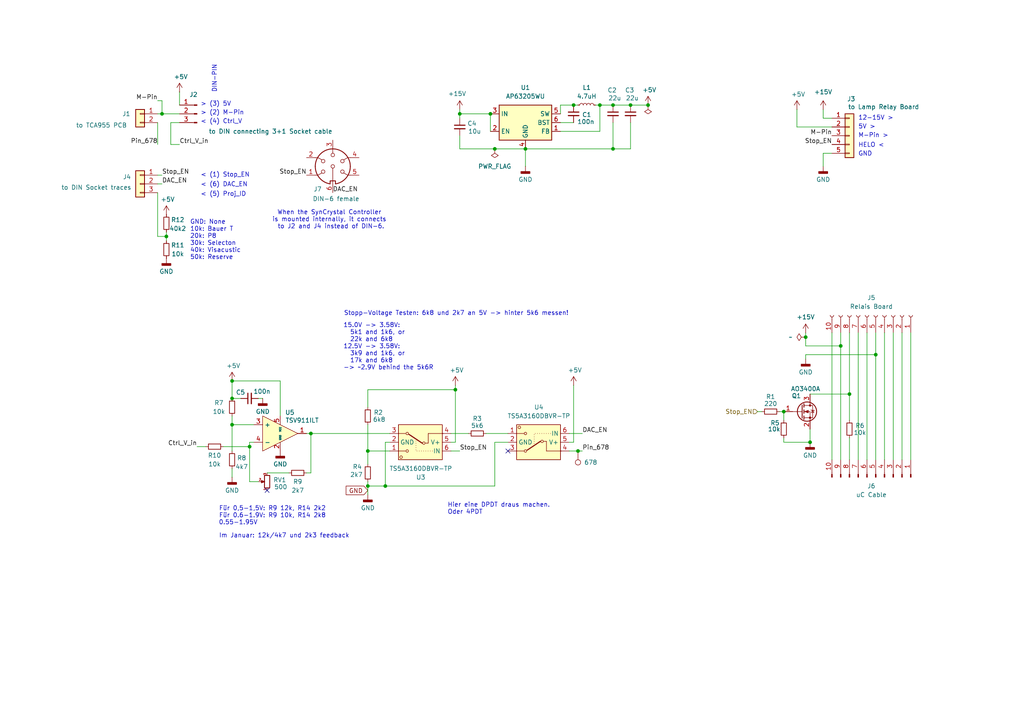
<source format=kicad_sch>
(kicad_sch (version 20231120) (generator "eeschema") (generator_version "8.0")
  (paper "A4")
  (title_block (title "Clockwork Projector Board T610/T525") (date "2025-04-02") (rev "Rev.A") (company "filmkorn.org") (comment 1 "Friedemann Wachsmuth"))
  (lib_symbols
    (symbol "Connector:Conn_01x03_Pin" (pin_names (offset 1.016) hide)
      (property "Reference" "J" (at 0 5.08 0))
      (property "Value" "Conn_01x03_Pin" (at 0 -5.08 0))
      (symbol "Conn_01x03_Pin_1_1"
        (polyline (pts (xy 1.27 -2.54) (xy 0.8636 -2.54)) (stroke (width 0.1524)))
        (polyline (pts (xy 1.27 0) (xy 0.8636 0)) (stroke (width 0.1524)))
        (polyline (pts (xy 1.27 2.54) (xy 0.8636 2.54)) (stroke (width 0.1524)))
        (rectangle (start 0.8636 -2.413) (end 0 -2.667) (stroke (width 0.1524)) (fill (type outline)))
        (rectangle (start 0.8636 0.127) (end 0 -0.127) (stroke (width 0.1524)) (fill (type outline)))
        (rectangle (start 0.8636 2.667) (end 0 2.413) (stroke (width 0.1524)) (fill (type outline)))
        (pin passive line (at 5.08 2.54 180) (length 3.81) (name "Pin_1") (number "1"))
        (pin passive line (at 5.08 0 180) (length 3.81) (name "Pin_2") (number "2"))
        (pin passive line (at 5.08 -2.54 180) (length 3.81) (name "Pin_3") (number "3"))
      )
    )
    (symbol "Connector:Conn_01x10_Pin" (pin_names (offset 1.016) hide)
      (property "Reference" "J" (at 0 12.7 0))
      (property "Value" "Conn_01x10_Pin" (at 0 -15.24 0))
      (symbol "Conn_01x10_Pin_1_1"
        (polyline (pts (xy 1.27 -12.7) (xy 0.8636 -12.7)) (stroke (width 0.1524)))
        (polyline (pts (xy 1.27 -10.16) (xy 0.8636 -10.16)) (stroke (width 0.1524)))
        (polyline (pts (xy 1.27 -7.62) (xy 0.8636 -7.62)) (stroke (width 0.1524)))
        (polyline (pts (xy 1.27 -5.08) (xy 0.8636 -5.08)) (stroke (width 0.1524)))
        (polyline (pts (xy 1.27 -2.54) (xy 0.8636 -2.54)) (stroke (width 0.1524)))
        (polyline (pts (xy 1.27 0) (xy 0.8636 0)) (stroke (width 0.1524)))
        (polyline (pts (xy 1.27 2.54) (xy 0.8636 2.54)) (stroke (width 0.1524)))
        (polyline (pts (xy 1.27 5.08) (xy 0.8636 5.08)) (stroke (width 0.1524)))
        (polyline (pts (xy 1.27 7.62) (xy 0.8636 7.62)) (stroke (width 0.1524)))
        (polyline (pts (xy 1.27 10.16) (xy 0.8636 10.16)) (stroke (width 0.1524)))
        (rectangle (start 0.8636 -12.573) (end 0 -12.827) (stroke (width 0.1524)) (fill (type outline)))
        (rectangle (start 0.8636 -10.033) (end 0 -10.287) (stroke (width 0.1524)) (fill (type outline)))
        (rectangle (start 0.8636 -7.493) (end 0 -7.747) (stroke (width 0.1524)) (fill (type outline)))
        (rectangle (start 0.8636 -4.953) (end 0 -5.207) (stroke (width 0.1524)) (fill (type outline)))
        (rectangle (start 0.8636 -2.413) (end 0 -2.667) (stroke (width 0.1524)) (fill (type outline)))
        (rectangle (start 0.8636 0.127) (end 0 -0.127) (stroke (width 0.1524)) (fill (type outline)))
        (rectangle (start 0.8636 2.667) (end 0 2.413) (stroke (width 0.1524)) (fill (type outline)))
        (rectangle (start 0.8636 5.207) (end 0 4.953) (stroke (width 0.1524)) (fill (type outline)))
        (rectangle (start 0.8636 7.747) (end 0 7.493) (stroke (width 0.1524)) (fill (type outline)))
        (rectangle (start 0.8636 10.287) (end 0 10.033) (stroke (width 0.1524)) (fill (type outline)))
        (pin passive line (at 5.08 10.16 180) (length 3.81) (name "Pin_1") (number "1"))
        (pin passive line (at 5.08 -12.7 180) (length 3.81) (name "Pin_10") (number "10"))
        (pin passive line (at 5.08 7.62 180) (length 3.81) (name "Pin_2") (number "2"))
        (pin passive line (at 5.08 5.08 180) (length 3.81) (name "Pin_3") (number "3"))
        (pin passive line (at 5.08 2.54 180) (length 3.81) (name "Pin_4") (number "4"))
        (pin passive line (at 5.08 0 180) (length 3.81) (name "Pin_5") (number "5"))
        (pin passive line (at 5.08 -2.54 180) (length 3.81) (name "Pin_6") (number "6"))
        (pin passive line (at 5.08 -5.08 180) (length 3.81) (name "Pin_7") (number "7"))
        (pin passive line (at 5.08 -7.62 180) (length 3.81) (name "Pin_8") (number "8"))
        (pin passive line (at 5.08 -10.16 180) (length 3.81) (name "Pin_9") (number "9"))
      )
    )
    (symbol "Connector:Conn_01x10_Socket" (pin_names (offset 1.016) hide)
      (property "Reference" "J" (at 0 12.7 0))
      (property "Value" "Conn_01x10_Socket" (at 0 -15.24 0))
      (symbol "Conn_01x10_Socket_1_1"
        (arc (start 0 -12.192) (mid -0.5058 -12.7) (end 0 -13.208) (stroke (width 0.1524)))
        (arc (start 0 -9.652) (mid -0.5058 -10.16) (end 0 -10.668) (stroke (width 0.1524)))
        (arc (start 0 -7.112) (mid -0.5058 -7.62) (end 0 -8.128) (stroke (width 0.1524)))
        (arc (start 0 -4.572) (mid -0.5058 -5.08) (end 0 -5.588) (stroke (width 0.1524)))
        (arc (start 0 -2.032) (mid -0.5058 -2.54) (end 0 -3.048) (stroke (width 0.1524)))
        (polyline (pts (xy -1.27 -12.7) (xy -0.508 -12.7)) (stroke (width 0.1524)))
        (polyline (pts (xy -1.27 -10.16) (xy -0.508 -10.16)) (stroke (width 0.1524)))
        (polyline (pts (xy -1.27 -7.62) (xy -0.508 -7.62)) (stroke (width 0.1524)))
        (polyline (pts (xy -1.27 -5.08) (xy -0.508 -5.08)) (stroke (width 0.1524)))
        (polyline (pts (xy -1.27 -2.54) (xy -0.508 -2.54)) (stroke (width 0.1524)))
        (polyline (pts (xy -1.27 0) (xy -0.508 0)) (stroke (width 0.1524)))
        (polyline (pts (xy -1.27 2.54) (xy -0.508 2.54)) (stroke (width 0.1524)))
        (polyline (pts (xy -1.27 5.08) (xy -0.508 5.08)) (stroke (width 0.1524)))
        (polyline (pts (xy -1.27 7.62) (xy -0.508 7.62)) (stroke (width 0.1524)))
        (polyline (pts (xy -1.27 10.16) (xy -0.508 10.16)) (stroke (width 0.1524)))
        (arc (start 0 0.508) (mid -0.5058 0) (end 0 -0.508) (stroke (width 0.1524)))
        (arc (start 0 3.048) (mid -0.5058 2.54) (end 0 2.032) (stroke (width 0.1524)))
        (arc (start 0 5.588) (mid -0.5058 5.08) (end 0 4.572) (stroke (width 0.1524)))
        (arc (start 0 8.128) (mid -0.5058 7.62) (end 0 7.112) (stroke (width 0.1524)))
        (arc (start 0 10.668) (mid -0.5058 10.16) (end 0 9.652) (stroke (width 0.1524)))
        (pin passive line (at -5.08 10.16 0) (length 3.81) (name "Pin_1") (number "1"))
        (pin passive line (at -5.08 -12.7 0) (length 3.81) (name "Pin_10") (number "10"))
        (pin passive line (at -5.08 7.62 0) (length 3.81) (name "Pin_2") (number "2"))
        (pin passive line (at -5.08 5.08 0) (length 3.81) (name "Pin_3") (number "3"))
        (pin passive line (at -5.08 2.54 0) (length 3.81) (name "Pin_4") (number "4"))
        (pin passive line (at -5.08 0 0) (length 3.81) (name "Pin_5") (number "5"))
        (pin passive line (at -5.08 -2.54 0) (length 3.81) (name "Pin_6") (number "6"))
        (pin passive line (at -5.08 -5.08 0) (length 3.81) (name "Pin_7") (number "7"))
        (pin passive line (at -5.08 -7.62 0) (length 3.81) (name "Pin_8") (number "8"))
        (pin passive line (at -5.08 -10.16 0) (length 3.81) (name "Pin_9") (number "9"))
      )
    )
    (symbol "Connector:DIN-6" (pin_names (offset 1.016))
      (property "Reference" "J" (at 3.175 5.715 0))
      (property "Value" "DIN-6" (at 4.445 -4.445 0))
      (symbol "DIN-6_0_1"
        (arc (start -5.08 0) (mid -3.8609 -3.3364) (end -0.762 -5.08) (stroke (width 0.254)))
        (circle (center -2.794 -1.524) (radius 0.508))
        (circle (center -2.794 1.524) (radius 0.508))
        (polyline (pts (xy 0 -5.08) (xy 0 -0.508)))
        (polyline (pts (xy 0 5.08) (xy 0 3.81)))
        (polyline (pts (xy -5.08 -2.54) (xy -4.318 -2.54) (xy -3.175 -1.905)))
        (polyline (pts (xy -5.08 2.54) (xy -4.318 2.54) (xy -3.175 1.905)))
        (polyline (pts (xy 5.08 -2.54) (xy 4.318 -2.54) (xy 3.175 -1.905)))
        (polyline (pts (xy 5.08 2.54) (xy 4.318 2.54) (xy 3.175 1.905)))
        (polyline (pts (xy -0.762 -4.953) (xy -0.762 -4.191) (xy 0.762 -4.191) (xy 0.762 -4.953)) (stroke (width 0.254)))
        (circle (center 0 0) (radius 0.508))
        (circle (center 0 3.302) (radius 0.508))
        (arc (start 0.762 -5.08) (mid 3.8685 -3.343) (end 5.08 0) (stroke (width 0.254)))
        (circle (center 2.794 -1.524) (radius 0.508))
        (circle (center 2.794 1.524) (radius 0.508))
        (arc (start 5.08 0) (mid 0 5.0579) (end -5.08 0) (stroke (width 0.254)))
      )
      (symbol "DIN-6_1_1"
        (pin passive line (at -7.62 -2.54 0) (length 2.54) (name "~") (number "1"))
        (pin passive line (at -7.62 2.54 0) (length 2.54) (name "~") (number "2"))
        (pin passive line (at 0 7.62 270) (length 2.54) (name "~") (number "3"))
        (pin passive line (at 7.62 2.54 180) (length 2.54) (name "~") (number "4"))
        (pin passive line (at 7.62 -2.54 180) (length 2.54) (name "~") (number "5"))
        (pin passive line (at 0 -7.62 90) (length 2.54) (name "~") (number "6"))
      )
    )
    (symbol "Connector_Generic:Conn_01x02" (pin_names (offset 1.016) hide)
      (property "Reference" "J" (at 0 2.54 0))
      (property "Value" "Conn_01x02" (at 0 -5.08 0))
      (symbol "Conn_01x02_1_1"
        (rectangle (start -1.27 -2.413) (end 0 -2.667) (stroke (width 0.1524)))
        (rectangle (start -1.27 0.127) (end 0 -0.127) (stroke (width 0.1524)))
        (rectangle (start -1.27 1.27) (end 1.27 -3.81) (stroke (width 0.254)) (fill (type background)))
        (pin passive line (at -5.08 0 0) (length 3.81) (name "Pin_1") (number "1"))
        (pin passive line (at -5.08 -2.54 0) (length 3.81) (name "Pin_2") (number "2"))
      )
    )
    (symbol "Connector_Generic:Conn_01x03" (pin_names (offset 1.016) hide)
      (property "Reference" "J" (at 0 5.08 0))
      (property "Value" "Conn_01x03" (at 0 -5.08 0))
      (symbol "Conn_01x03_1_1"
        (rectangle (start -1.27 -2.413) (end 0 -2.667) (stroke (width 0.1524)))
        (rectangle (start -1.27 0.127) (end 0 -0.127) (stroke (width 0.1524)))
        (rectangle (start -1.27 2.667) (end 0 2.413) (stroke (width 0.1524)))
        (rectangle (start -1.27 3.81) (end 1.27 -3.81) (stroke (width 0.254)) (fill (type background)))
        (pin passive line (at -5.08 2.54 0) (length 3.81) (name "Pin_1") (number "1"))
        (pin passive line (at -5.08 0 0) (length 3.81) (name "Pin_2") (number "2"))
        (pin passive line (at -5.08 -2.54 0) (length 3.81) (name "Pin_3") (number "3"))
      )
    )
    (symbol "Connector_Generic:Conn_01x05" (pin_names (offset 1.016) hide)
      (property "Reference" "J" (at 0 7.62 0))
      (property "Value" "Conn_01x05" (at 0 -7.62 0))
      (symbol "Conn_01x05_1_1"
        (rectangle (start -1.27 -4.953) (end 0 -5.207) (stroke (width 0.1524)))
        (rectangle (start -1.27 -2.413) (end 0 -2.667) (stroke (width 0.1524)))
        (rectangle (start -1.27 0.127) (end 0 -0.127) (stroke (width 0.1524)))
        (rectangle (start -1.27 2.667) (end 0 2.413) (stroke (width 0.1524)))
        (rectangle (start -1.27 5.207) (end 0 4.953) (stroke (width 0.1524)))
        (rectangle (start -1.27 6.35) (end 1.27 -6.35) (stroke (width 0.254)) (fill (type background)))
        (pin passive line (at -5.08 5.08 0) (length 3.81) (name "Pin_1") (number "1"))
        (pin passive line (at -5.08 2.54 0) (length 3.81) (name "Pin_2") (number "2"))
        (pin passive line (at -5.08 0 0) (length 3.81) (name "Pin_3") (number "3"))
        (pin passive line (at -5.08 -2.54 0) (length 3.81) (name "Pin_4") (number "4"))
        (pin passive line (at -5.08 -5.08 0) (length 3.81) (name "Pin_5") (number "5"))
      )
    )
    (symbol "Device:C_Small" (pin_numbers hide) (pin_names (offset 0.254) hide)
      (property "Reference" "C" (at 0.254 1.778 0))
      (property "Value" "C_Small" (at 0.254 -2.032 0))
      (symbol "C_Small_0_1"
        (polyline (pts (xy -1.524 -0.508) (xy 1.524 -0.508)) (stroke (width 0.3302)))
        (polyline (pts (xy -1.524 0.508) (xy 1.524 0.508)) (stroke (width 0.3048)))
      )
      (symbol "C_Small_1_1"
        (pin passive line (at 0 2.54 270) (length 2.032) (name "~") (number "1"))
        (pin passive line (at 0 -2.54 90) (length 2.032) (name "~") (number "2"))
      )
    )
    (symbol "Device:L_Small" (pin_numbers hide) (pin_names (offset 0.254) hide)
      (property "Reference" "L" (at 0.762 1.016 0))
      (property "Value" "L_Small" (at 0.762 -1.016 0))
      (symbol "L_Small_0_1"
        (arc (start 0 -2.032) (mid 0.5058 -1.524) (end 0 -1.016))
        (arc (start 0 -1.016) (mid 0.5058 -0.508) (end 0 0))
        (arc (start 0 0) (mid 0.5058 0.508) (end 0 1.016))
        (arc (start 0 1.016) (mid 0.5058 1.524) (end 0 2.032))
      )
      (symbol "L_Small_1_1"
        (pin passive line (at 0 2.54 270) (length 0.508) (name "~") (number "1"))
        (pin passive line (at 0 -2.54 90) (length 0.508) (name "~") (number "2"))
      )
    )
    (symbol "Device:R_Potentiometer_Small" (pin_names (offset 1.016) hide)
      (property "Reference" "RV" (at -4.445 0 90))
      (property "Value" "R_Potentiometer_Small" (at -2.54 0 90))
      (symbol "R_Potentiometer_Small_0_1"
        (polyline (pts (xy 0.889 0) (xy 0.635 0) (xy 1.651 0.381) (xy 1.651 -0.381) (xy 0.635 0) (xy 0.889 0)) (fill (type outline)))
        (rectangle (start 0.762 1.8034) (end -0.762 -1.8034) (stroke (width 0.254)))
      )
      (symbol "R_Potentiometer_Small_1_1"
        (pin passive line (at 0 2.54 270) (length 0.635) (name "1") (number "1"))
        (pin passive line (at 2.54 0 180) (length 0.9906) (name "2") (number "2"))
        (pin passive line (at 0 -2.54 90) (length 0.635) (name "3") (number "3"))
      )
    )
    (symbol "Device:R_Small" (pin_numbers hide) (pin_names (offset 0.254) hide)
      (property "Reference" "R" (at 0.762 0.508 0))
      (property "Value" "R_Small" (at 0.762 -1.016 0))
      (symbol "R_Small_0_1"
        (rectangle (start -0.762 1.778) (end 0.762 -1.778) (stroke (width 0.2032)))
      )
      (symbol "R_Small_1_1"
        (pin passive line (at 0 2.54 270) (length 0.762) (name "~") (number "1"))
        (pin passive line (at 0 -2.54 90) (length 0.762) (name "~") (number "2"))
      )
    )
    (symbol "Peacemans Teile:TestPoint_named" (pin_numbers hide) (pin_names (offset 0.762) hide)
      (symbol "TestPoint_named_0_1"
        (circle (center 0 3.302) (radius 0.762))
      )
      (symbol "TestPoint_named_1_1"
        (pin passive line (at 0 0 90) (length 2.54) (name "1") (number "1"))
      )
    )
    (symbol "Regulator_Switching:AP63205WU"
      (property "Reference" "U" (at -7.62 6.35 0))
      (property "Value" "AP63205WU" (at 2.54 6.35 0))
      (symbol "AP63205WU_0_1"
        (rectangle (start -7.62 5.08) (end 7.62 -5.08) (stroke (width 0.254)) (fill (type background)))
      )
      (symbol "AP63205WU_1_1"
        (pin input line (at 10.16 -2.54 180) (length 2.54) (name "FB") (number "1"))
        (pin input line (at -10.16 -2.54 0) (length 2.54) (name "EN") (number "2"))
        (pin power_in line (at -10.16 2.54 0) (length 2.54) (name "IN") (number "3"))
        (pin power_in line (at 0 -7.62 90) (length 2.54) (name "GND") (number "4"))
        (pin output line (at 10.16 2.54 180) (length 2.54) (name "SW") (number "5"))
        (pin passive line (at 10.16 0 180) (length 2.54) (name "BST") (number "6"))
      )
    )
    (symbol "Transistor_FET:AO3400A" (pin_names hide)
      (property "Reference" "Q" (at 5.08 1.905 0))
      (property "Value" "AO3400A" (at 5.08 0 0))
      (symbol "AO3400A_0_1"
        (polyline (pts (xy 0.254 0) (xy -2.54 0)))
        (polyline (pts (xy 0.254 1.905) (xy 0.254 -1.905)) (stroke (width 0.254)))
        (polyline (pts (xy 0.762 -1.27) (xy 0.762 -2.286)) (stroke (width 0.254)))
        (polyline (pts (xy 0.762 0.508) (xy 0.762 -0.508)) (stroke (width 0.254)))
        (polyline (pts (xy 0.762 2.286) (xy 0.762 1.27)) (stroke (width 0.254)))
        (polyline (pts (xy 2.54 2.54) (xy 2.54 1.778)))
        (polyline (pts (xy 2.54 -2.54) (xy 2.54 0) (xy 0.762 0)))
        (polyline (pts (xy 0.762 -1.778) (xy 3.302 -1.778) (xy 3.302 1.778) (xy 0.762 1.778)))
        (polyline (pts (xy 1.016 0) (xy 2.032 0.381) (xy 2.032 -0.381) (xy 1.016 0)) (fill (type outline)))
        (polyline (pts (xy 2.794 0.508) (xy 2.921 0.381) (xy 3.683 0.381) (xy 3.81 0.254)))
        (polyline (pts (xy 3.302 0.381) (xy 2.921 -0.254) (xy 3.683 -0.254) (xy 3.302 0.381)))
        (circle (center 1.651 0) (radius 2.794) (stroke (width 0.254)))
        (circle (center 2.54 -1.778) (radius 0.254) (fill (type outline)))
        (circle (center 2.54 1.778) (radius 0.254) (fill (type outline)))
      )
      (symbol "AO3400A_1_1"
        (pin input line (at -5.08 0 0) (length 2.54) (name "G") (number "1"))
        (pin passive line (at 2.54 -5.08 90) (length 2.54) (name "S") (number "2"))
        (pin passive line (at 2.54 5.08 270) (length 2.54) (name "D") (number "3"))
      )
    )
    (symbol "easyEDA:TS5A3160DBVR-TP_nicer"
      (property "Reference" "U" (at 0 7.62 0))
      (property "Value" "TS5A3160DBVR-TP" (at 1.27 -7.62 0))
      (symbol "TS5A3160DBVR-TP_nicer_0_1"
        (circle (center -5.588 4.318) (radius 0.38))
        (pin power_in line (at -8.89 0 0) (length 2.54) (name "GND") (number "2"))
        (pin power_in line (at 8.89 0 180) (length 2.54) (name "V+") (number "5"))
        (pin input line (at 8.89 2.54 180) (length 2.54) (name "IN") (number "6"))
      )
      (symbol "TS5A3160DBVR-TP_nicer_1_1"
        (rectangle (start -6.35 5.08) (end 6.35 -5.08) (stroke (width 0.2)) (fill (type background)))
        (circle (center -3.81 -2.54) (radius 0.3592))
        (circle (center -3.81 2.54) (radius 0.3592))
        (polyline (pts (xy -6.35 -2.54) (xy -4.318 -2.54)))
        (polyline (pts (xy -6.35 2.54) (xy -4.318 2.54)))
        (polyline (pts (xy 0.508 0.254) (xy -3.302 -2.286)) (stroke (width 0.3)))
        (polyline (pts (xy 2.286 -2.54) (xy 2.286 0.254)))
        (polyline (pts (xy 2.286 0.254) (xy 1.524 0.254)))
        (polyline (pts (xy 6.604 -2.54) (xy 2.286 -2.54)))
        (polyline (pts (xy -1.27 -1.016) (xy -1.27 2.54) (xy 3.81 2.54)) (stroke (width 0) (type dot)))
        (circle (center 1.016 0.254) (radius 0.3592))
        (pin bidirectional line (at -8.89 2.54 0) (length 2.54) (name "") (number "1"))
        (pin bidirectional line (at -8.89 -2.54 0) (length 2.54) (name "") (number "3"))
        (pin bidirectional line (at 8.89 -2.54 180) (length 2.54) (name "") (number "4"))
      )
    )
    (symbol "easyEDA:TSV911ILT"
      (property "Reference" "U" (at 0 15.24 0))
      (property "Value" "TSV911ILT" (at -1.27 -8.89 0))
      (symbol "TSV911ILT_0_1"
        (polyline (pts (xy -5.08 -5.08) (xy 5.08 0) (xy -5.08 5.08) (xy -5.08 -5.08)) (fill (type background)))
        (pin output line (at 7.62 0 180) (length 2.54) (name "~") (number "1"))
        (pin input line (at -7.62 2.54 0) (length 2.54) (name "+") (number "3"))
        (pin input line (at -7.62 -2.54 0) (length 2.54) (name "-") (number "4"))
      )
      (symbol "TSV911ILT_1_1"
        (pin power_in line (at 0 -5.08 90) (length 2.54) (name "GND") (number "2"))
        (pin power_in line (at 0 5.08 270) (length 2.54) (name "VCC") (number "5"))
      )
    )
    (symbol "power:+15V" (power) (pin_numbers hide) (pin_names (offset 0) hide)
      (property "Value" "+15V" (at 0 3.556 0))
      (symbol "+15V_0_1"
        (polyline (pts (xy -0.762 1.27) (xy 0 2.54)))
        (polyline (pts (xy 0 0) (xy 0 2.54)))
        (polyline (pts (xy 0 2.54) (xy 0.762 1.27)))
      )
      (symbol "+15V_1_1"
        (pin power_in line (at 0 0 90) (length 0) (name "~") (number "1"))
      )
    )
    (symbol "power:+5V" (power) (pin_numbers hide) (pin_names (offset 0) hide)
      (property "Value" "+5V" (at 0 3.556 0))
      (symbol "+5V_0_1"
        (polyline (pts (xy -0.762 1.27) (xy 0 2.54)))
        (polyline (pts (xy 0 0) (xy 0 2.54)))
        (polyline (pts (xy 0 2.54) (xy 0.762 1.27)))
      )
      (symbol "+5V_1_1"
        (pin power_in line (at 0 0 90) (length 0) (name "~") (number "1"))
      )
    )
    (symbol "power:GNDD" (power) (pin_numbers hide) (pin_names (offset 0) hide)
      (property "Value" "GNDD" (at 0 -3.175 0))
      (symbol "GNDD_0_1"
        (rectangle (start -1.27 -1.524) (end 1.27 -2.032) (stroke (width 0.254)) (fill (type outline)))
        (polyline (pts (xy 0 0) (xy 0 -1.524)))
      )
      (symbol "GNDD_1_1"
        (pin power_in line (at 0 0 270) (length 0) (name "~") (number "1"))
      )
    )
    (symbol "power:PWR_FLAG" (power) (pin_numbers hide) (pin_names (offset 0) hide)
      (property "Value" "PWR_FLAG" (at 0 3.81 0))
      (symbol "PWR_FLAG_0_0"
        (pin power_out line (at 0 0 90) (length 0) (name "~") (number "1"))
      )
      (symbol "PWR_FLAG_0_1"
        (polyline (pts (xy 0 0) (xy 0 1.27) (xy -1.016 1.905) (xy 0 2.54) (xy 1.016 1.905) (xy 0 1.27)))
      )
    )
  )
  (junction (at 106.68 130.81))
  (junction (at 246.38 114.3))
  (junction (at 173.99 30.48))
  (junction (at 111.76 140.97))
  (junction (at 46.99 33.02))
  (junction (at 166.37 30.48))
  (junction (at 67.31 123.19))
  (junction (at 106.68 140.97))
  (junction (at 142.24 33.02))
  (junction (at 233.68 97.79))
  (junction (at 177.8 30.48))
  (junction (at 72.39 129.54))
  (junction (at 48.26 68.58))
  (junction (at 90.17 125.73))
  (junction (at 67.31 110.49))
  (junction (at 187.96 30.48))
  (junction (at 177.8 43.18))
  (junction (at 182.88 30.48))
  (junction (at 254 102.87))
  (junction (at 67.31 115.57))
  (junction (at 167.64 130.81))
  (junction (at 152.4 43.18))
  (junction (at 243.84 100.33))
  (junction (at 143.51 43.18))
  (junction (at 234.95 128.27))
  (junction (at 132.08 113.03))
  (junction (at 227.33 119.38))
  (junction (at 133.35 33.02))
  (no_connect (at 77.47 142.24))
  (no_connect (at 147.32 130.81))
  (wire (pts (xy 90.17 125.73) (xy 88.9 125.73)))
  (wire (pts (xy 246.38 114.3) (xy 246.38 121.92)))
  (wire (pts (xy 254 102.87) (xy 254 133.35)))
  (wire (pts (xy 172.72 30.48) (xy 173.99 30.48)))
  (wire (pts (xy 46.99 33.02) (xy 52.07 33.02)))
  (wire (pts (xy 226.06 119.38) (xy 227.33 119.38)))
  (wire (pts (xy 166.37 30.48) (xy 167.64 30.48)))
  (wire (pts (xy 233.68 102.87) (xy 254 102.87)))
  (wire (pts (xy 132.08 111.76) (xy 132.08 113.03)))
  (wire (pts (xy 246.38 127) (xy 246.38 133.35)))
  (wire (pts (xy 45.72 68.58) (xy 48.26 68.58)))
  (wire (pts (xy 72.39 129.54) (xy 72.39 128.27)))
  (wire (pts (xy 106.68 123.19) (xy 106.68 130.81)))
  (wire (pts (xy 130.81 130.81) (xy 133.35 130.81)))
  (wire (pts (xy 73.66 123.19) (xy 67.31 123.19)))
  (wire (pts (xy 72.39 128.27) (xy 73.66 128.27)))
  (wire (pts (xy 67.31 110.49) (xy 67.31 115.57)))
  (wire (pts (xy 81.28 110.49) (xy 67.31 110.49)))
  (wire (pts (xy 106.68 143.51) (xy 106.68 140.97)))
  (wire (pts (xy 152.4 43.18) (xy 152.4 48.26)))
  (wire (pts (xy 46.99 50.8) (xy 45.72 50.8)))
  (wire (pts (xy 231.14 36.83) (xy 241.3 36.83)))
  (wire (pts (xy 130.81 125.73) (xy 135.89 125.73)))
  (wire (pts (xy 259.08 96.52) (xy 259.08 133.35)))
  (wire (pts (xy 106.68 140.97) (xy 111.76 140.97)))
  (wire (pts (xy 52.07 41.91) (xy 49.53 41.91)))
  (wire (pts (xy 182.88 30.48) (xy 187.96 30.48)))
  (wire (pts (xy 106.68 130.81) (xy 106.68 134.62)))
  (wire (pts (xy 227.33 119.38) (xy 227.33 121.92)))
  (wire (pts (xy 133.35 43.18) (xy 143.51 43.18)))
  (wire (pts (xy 132.08 113.03) (xy 106.68 113.03)))
  (wire (pts (xy 143.51 128.27) (xy 143.51 140.97)))
  (wire (pts (xy 67.31 123.19) (xy 67.31 130.81)))
  (wire (pts (xy 248.92 96.52) (xy 248.92 133.35)))
  (wire (pts (xy 142.24 33.02) (xy 142.24 38.1)))
  (wire (pts (xy 233.68 100.33) (xy 243.84 100.33)))
  (wire (pts (xy 177.8 30.48) (xy 182.88 30.48)))
  (wire (pts (xy 238.76 31.75) (xy 238.76 34.29)))
  (wire (pts (xy 106.68 130.81) (xy 113.03 130.81)))
  (wire (pts (xy 72.39 139.7) (xy 74.93 139.7)))
  (wire (pts (xy 133.35 33.02) (xy 133.35 34.29)))
  (wire (pts (xy 45.72 35.56) (xy 45.72 41.91)))
  (wire (pts (xy 49.53 41.91) (xy 49.53 35.56)))
  (wire (pts (xy 227.33 128.27) (xy 227.33 127)))
  (wire (pts (xy 233.68 96.52) (xy 233.68 97.79)))
  (wire (pts (xy 166.37 111.76) (xy 166.37 128.27)))
  (wire (pts (xy 162.56 35.56) (xy 166.37 35.56)))
  (wire (pts (xy 52.07 30.48) (xy 52.07 26.67)))
  (wire (pts (xy 143.51 43.18) (xy 152.4 43.18)))
  (wire (pts (xy 77.47 137.16) (xy 83.82 137.16)))
  (wire (pts (xy 147.32 128.27) (xy 143.51 128.27)))
  (wire (pts (xy 72.39 139.7) (xy 72.39 129.54)))
  (wire (pts (xy 90.17 125.73) (xy 113.03 125.73)))
  (wire (pts (xy 57.15 129.54) (xy 59.69 129.54)))
  (wire (pts (xy 133.35 39.37) (xy 133.35 43.18)))
  (wire (pts (xy 162.56 33.02) (xy 162.56 30.48)))
  (wire (pts (xy 219.71 119.38) (xy 220.98 119.38)))
  (wire (pts (xy 132.08 113.03) (xy 132.08 128.27)))
  (wire (pts (xy 67.31 115.57) (xy 69.85 115.57)))
  (wire (pts (xy 74.93 115.57) (xy 76.2 115.57)))
  (wire (pts (xy 132.08 128.27) (xy 130.81 128.27)))
  (wire (pts (xy 46.99 53.34) (xy 45.72 53.34)))
  (wire (pts (xy 173.99 38.1) (xy 162.56 38.1)))
  (wire (pts (xy 168.91 130.81) (xy 167.64 130.81)))
  (wire (pts (xy 166.37 128.27) (xy 165.1 128.27)))
  (wire (pts (xy 238.76 44.45) (xy 241.3 44.45)))
  (wire (pts (xy 182.88 43.18) (xy 182.88 35.56)))
  (wire (pts (xy 133.35 33.02) (xy 142.24 33.02)))
  (wire (pts (xy 143.51 140.97) (xy 111.76 140.97)))
  (wire (pts (xy 48.26 68.58) (xy 48.26 67.31)))
  (wire (pts (xy 45.72 55.88) (xy 45.72 68.58)))
  (wire (pts (xy 231.14 31.75) (xy 231.14 36.83)))
  (wire (pts (xy 111.76 128.27) (xy 111.76 140.97)))
  (wire (pts (xy 90.17 137.16) (xy 90.17 125.73)))
  (wire (pts (xy 162.56 30.48) (xy 166.37 30.48)))
  (wire (pts (xy 165.1 125.73) (xy 168.91 125.73)))
  (wire (pts (xy 106.68 113.03) (xy 106.68 118.11)))
  (wire (pts (xy 177.8 43.18) (xy 182.88 43.18)))
  (wire (pts (xy 67.31 135.89) (xy 67.31 138.43)))
  (wire (pts (xy 251.46 96.52) (xy 251.46 133.35)))
  (wire (pts (xy 133.35 31.75) (xy 133.35 33.02)))
  (wire (pts (xy 264.16 96.52) (xy 264.16 133.35)))
  (wire (pts (xy 243.84 100.33) (xy 243.84 133.35)))
  (wire (pts (xy 233.68 102.87) (xy 233.68 104.14)))
  (wire (pts (xy 233.68 97.79) (xy 233.68 100.33)))
  (wire (pts (xy 167.64 130.81) (xy 165.1 130.81)))
  (wire (pts (xy 243.84 100.33) (xy 243.84 96.52)))
  (wire (pts (xy 67.31 120.65) (xy 67.31 123.19)))
  (wire (pts (xy 234.95 128.27) (xy 227.33 128.27)))
  (wire (pts (xy 256.54 96.52) (xy 256.54 133.35)))
  (wire (pts (xy 152.4 43.18) (xy 177.8 43.18)))
  (wire (pts (xy 234.95 124.46) (xy 234.95 128.27)))
  (wire (pts (xy 64.77 129.54) (xy 72.39 129.54)))
  (wire (pts (xy 45.72 29.21) (xy 46.99 29.21)))
  (wire (pts (xy 234.95 114.3) (xy 246.38 114.3)))
  (wire (pts (xy 140.97 125.73) (xy 147.32 125.73)))
  (wire (pts (xy 48.26 69.85) (xy 48.26 68.58)))
  (wire (pts (xy 261.62 96.52) (xy 261.62 133.35)))
  (wire (pts (xy 177.8 43.18) (xy 177.8 35.56)))
  (wire (pts (xy 246.38 96.52) (xy 246.38 114.3)))
  (wire (pts (xy 49.53 35.56) (xy 52.07 35.56)))
  (wire (pts (xy 238.76 34.29) (xy 241.3 34.29)))
  (wire (pts (xy 106.68 139.7) (xy 106.68 140.97)))
  (wire (pts (xy 254 102.87) (xy 254 96.52)))
  (wire (pts (xy 241.3 96.52) (xy 241.3 133.35)))
  (wire (pts (xy 113.03 128.27) (xy 111.76 128.27)))
  (wire (pts (xy 88.9 137.16) (xy 90.17 137.16)))
  (wire (pts (xy 46.99 29.21) (xy 46.99 33.02)))
  (wire (pts (xy 173.99 30.48) (xy 173.99 38.1)))
  (wire (pts (xy 173.99 30.48) (xy 177.8 30.48)))
  (wire (pts (xy 238.76 48.26) (xy 238.76 44.45)))
  (wire (pts (xy 45.72 33.02) (xy 46.99 33.02)))
  (wire (pts (xy 81.28 120.65) (xy 81.28 110.49)))
  (text "Hier eine DPDT draus machen. \nOder 4PDT" (at 129.794 147.574 0) (effects (font (size 1.27 1.27)) (justify left)))
  (text "5V >" (at 248.92 36.83 0) (effects (font (size 1.27 1.27)) (justify left)))
  (text "0.55-1.95V" (at 69.088 151.638 0) (effects (font (size 1.27 1.27))))
  (text "M-Pin >" (at 248.92 39.37 0) (effects (font (size 1.27 1.27)) (justify left)))
  (text "Für 0,5-1,5V: R9 12k, R14 2k2\nFür 0.6-1.9V: R9 10k, R14 2k8" (at 63.5 148.59 0) (effects (font (size 1.27 1.27)) (justify left)))
  (text "HELO <" (at 248.92 42.164 0) (effects (font (size 1.27 1.27)) (justify left)))
  (text "When the SynCrystal Controller \nis mounted internally, it connects \nto J2 and J4 instead of DIN-6." (at 96.012 63.754 0) (effects (font (size 1.27 1.27))))
  (text "> (3) 5V" (at 58.166 30.226 0) (effects (font (size 1.27 1.27)) (justify left)))
  (text "< (6) DAC_EN" (at 58.166 53.594 0) (effects (font (size 1.27 1.27)) (justify left)))
  (text "Im Januar: 12k/4k7 und 2k3 feedback" (at 63.5 155.448 0) (effects (font (size 1.27 1.27)) (justify left)))
  (text "> (2) M-Pin" (at 58.166 32.766 0) (effects (font (size 1.27 1.27)) (justify left)))
  (text "DIN-PIN" (at 62.23 26.924 90) (effects (font (size 1.27 1.27)) (justify left)))
  (text "GND: None\n10k: Bauer T\n20k: P8\n30k: Selecton\n40k: Visacustic\n50k: Reserve" (at 55.118 69.596 0) (effects (font (size 1.27 1.27)) (justify left)))
  (text "< (5) Proj_ID" (at 58.166 56.388 0) (effects (font (size 1.27 1.27)) (justify left)))
  (text "< (4) Ctrl_V" (at 58.166 35.306 0) (effects (font (size 1.27 1.27)) (justify left)))
  (text "15.0V -> 3.58V: \n  5k1 and 1k6, or \n  22k and 6k8\n12.5V -> 3.58V: \n  3k9 and 1k6, or \n  17k and 6k8\n-> ~2.9V behind the 5k6R" (at 99.568 100.584 0) (effects (font (size 1.27 1.27)) (justify left)))
  (text "< (1) Stop_EN" (at 58.166 50.8 0) (effects (font (size 1.27 1.27)) (justify left)))
  (text "GND" (at 252.984 44.704 0) (effects (font (size 1.27 1.27)) (justify right)))
  (text "12-15V >" (at 248.92 34.29 0) (effects (font (size 1.27 1.27)) (justify left)))
  (text "Stopp-Voltage Testen: 6k8 und 2k7 an 5V -> hinter 5k6 messen!" (at 132.334 90.932 0) (effects (font (size 1.27 1.27))))
  (label "Stop_EN" (at 88.9 50.8 180))
  (label "Stop_EN" (at 133.35 130.81 0))
  (label "Pin_678" (at 45.72 41.91 180))
  (label "Stop_EN" (at 241.3 41.91 180))
  (label "DAC_EN" (at 96.52 55.88 0))
  (label "Ctrl_V_in" (at 52.07 41.91 0))
  (label "DAC_EN" (at 46.99 53.34 0))
  (label "DAC_EN" (at 168.91 125.73 0))
  (label "Ctrl_V_in" (at 57.15 129.54 180))
  (label "M-Pin" (at 45.72 29.21 180))
  (label "Stop_EN" (at 46.99 50.8 0))
  (label "M-Pin" (at 241.3 39.37 180))
  (label "Pin_678" (at 168.91 130.81 0))
  (global_label "GND" (shape input) (at 106.68 142.24 180) (property "Intersheetrefs" "${INTERSHEET_REFS}" (effects (hide yes))))
  (hierarchical_label "Stop_EN" (shape input) (at 219.71 119.38 180))
  (symbol (lib_id "power:GNDD") (at 152.4 48.26 0) (unit 1)
    (property "Reference" "#PWR06" (effects (hide yes)))
    (property "Value" "GND" (at 152.4 52.07 0))
    (property "Description" "Power symbol creates a global label with name \"GNDD\" , digital ground" (effects (hide yes)))
  )
  (symbol (lib_id "power:GNDD") (at 48.26 74.93 0) (unit 1)
    (property "Reference" "#PWR012" (effects (hide yes)))
    (property "Value" "GND" (at 48.26 78.74 0))
    (property "Description" "Power symbol creates a global label with name \"GNDD\" , digital ground" (effects (hide yes)))
  )
  (symbol (lib_id "power:GNDD") (at 238.76 48.26 0) (unit 1)
    (property "Reference" "#PWR07" (effects (hide yes)))
    (property "Value" "GND" (at 238.76 52.07 0))
    (property "Description" "Power symbol creates a global label with name \"GNDD\" , digital ground" (effects (hide yes)))
  )
  (symbol (lib_id "power:+15V") (at 238.76 31.75 0) (unit 1)
    (property "Reference" "#PWR05" (effects (hide yes)))
    (property "Value" "+15V" (at 238.76 26.67 0))
    (property "Description" "Power symbol creates a global label with name \"+15V\"" (effects (hide yes)))
  )
  (symbol (lib_id "power:+5V") (at 231.14 31.75 0) (unit 1)
    (property "Reference" "#PWR04" (effects (hide yes)))
    (property "Value" "+5V" (at 231.521 27.3558 0))
    (property "Description" "Power symbol creates a global label with name \"+5V\"" (effects (hide yes)))
  )
  (symbol (lib_id "Connector:Conn_01x03_Pin") (at 57.15 33.02 0) (mirror y) (unit 1)
    (property "Reference" "J2" (at 56.134 27.432 0))
    (property "Value" "to DIN connecting 3+1 Socket cable" (at 78.486 38.1 0))
    (property "Footprint" "Peacemans Teile:PinHeader_1x03_P2.54mm_Vertical_BAUER" (effects (hide yes)))
    (property "Datasheet" "https://www.lcsc.com/datasheet/lcsc_datasheet_2411272110_MAX-MX128-2-54-03P-GN01-Cu-Y-A_C5188443.pdf" (effects (hide yes)))
    (property "Description" "Generic connector, single row, 01x03, script generated" (effects (hide yes)))
    (property "LCSC" "C6332196" (effects (hide yes)))
  )
  (symbol (lib_id "power:PWR_FLAG") (at 187.96 30.48 180) (unit 1)
    (property "Reference" "#FLG01" (effects (hide yes)))
    (property "Value" "PWR_FLAG" (effects (hide yes)))
    (property "Description" "Special symbol for telling ERC where power comes from" (effects (hide yes)))
  )
  (symbol (lib_id "Device:R_Small") (at 86.36 137.16 270) (unit 1)
    (property "Reference" "R9" (at 86.36 139.7 90))
    (property "Value" "2k7" (at 86.36 142.24 90))
    (property "Footprint" "Resistor_SMD:R_0603_1608Metric" (effects (hide yes)))
    (property "LCSC" "C13167" (effects (hide yes)))
  )
  (symbol (lib_id "Device:R_Small") (at 223.52 119.38 90) (unit 1)
    (property "Reference" "R1" (at 223.52 115.062 90))
    (property "Value" "220" (at 223.52 117.094 90))
    (property "Footprint" "Resistor_SMD:R_0603_1608Metric" (effects (hide yes)))
    (property "Datasheet" "https://www.lcsc.com/datasheet/lcsc_datasheet_2411221126_UNI-ROYAL-Uniroyal-Elec-0603WAF2200T5E_C22962.pdf" (effects (hide yes)))
    (property "LCSC" "C22962" (effects (hide yes)))
  )
  (symbol (lib_id "Device:R_Small") (at 67.31 118.11 180) (unit 1)
    (property "Reference" "R7" (at 63.5 116.84 0))
    (property "Value" "10k" (at 63.5 119.38 0))
    (property "Footprint" "Resistor_SMD:R_0603_1608Metric" (effects (hide yes)))
    (property "LCSC" "C25804" (effects (hide yes)))
  )
  (symbol (lib_id "easyEDA:TS5A3160DBVR-TP_nicer") (at 121.92 128.27 0) (mirror x) (unit 1)
    (property "Reference" "U3" (at 122.047 138.43 0))
    (property "Value" "TS5A3160DBVR-TP" (at 122.047 135.89 0))
    (property "Footprint" "easyEDA:SOT-23-6_L2.9-W1.6-P0.95-LS2.8-BR" (effects (hide yes)))
    (property "Datasheet" "https://www.lcsc.com/datasheet/lcsc_datasheet_2412301609_TECH-PUBLIC-TS5A3160DBVR-TP_C42411033.pdf" (effects (hide yes)))
    (property "LCSC" "C42411033" (effects (hide yes)))
  )
  (symbol (lib_id "Device:C_Small") (at 177.8 33.02 0) (unit 1)
    (property "Reference" "C2" (at 177.546 26.162 0))
    (property "Value" "22u" (at 178.308 28.448 0))
    (property "Footprint" "Capacitor_SMD:C_0603_1608Metric" (effects (hide yes)))
    (property "LCSC" "C45783" (effects (hide yes)))
  )
  (symbol (lib_id "power:GNDD") (at 233.68 104.14 0) (unit 1)
    (property "Reference" "#PWR010" (effects (hide yes)))
    (property "Value" "GND" (at 233.68 107.95 0))
    (property "Description" "Power symbol creates a global label with name \"GNDD\" , digital ground" (effects (hide yes)))
  )
  (symbol (lib_id "power:GNDD") (at 81.28 130.81 0) (unit 1)
    (property "Reference" "#PWR020" (effects (hide yes)))
    (property "Value" "GND" (at 81.28 134.62 0))
    (property "Description" "Power symbol creates a global label with name \"GNDD\" , digital ground" (effects (hide yes)))
  )
  (symbol (lib_id "Connector_Generic:Conn_01x03") (at 40.64 53.34 0) (mirror y) (unit 1)
    (property "Reference" "J4" (at 36.83 51.308 0))
    (property "Value" "to DIN Socket traces" (at 27.94 54.356 0))
    (property "Footprint" "easyEDA:CONN-TH_ZX-XH2.54-3PZZ-Y" (effects (hide yes)))
    (property "Datasheet" "https://www.lcsc.com/datasheet/lcsc_datasheet_2410121306_Megastar-ZX-XH2-54-3PZZ-Y_C22388685.pdf" (effects (hide yes)))
    (property "Description" "Generic screw terminal, single row, 01x03, script generated (kicad-library-utils/schlib/autogen/connector/)" (effects (hide yes)))
    (property "LCSC" "C22388685" (effects (hide yes)))
  )
  (symbol (lib_id "Device:R_Small") (at 48.26 64.77 180) (unit 1)
    (property "Reference" "R12" (at 51.562 63.754 0))
    (property "Value" "40k2" (at 51.562 66.294 0))
    (property "Footprint" "Resistor_SMD:R_0402_1005Metric" (effects (hide yes)))
    (property "Datasheet" "https://www.lcsc.com/datasheet/lcsc_datasheet_2304140030_YAGEO-RC0402FR-0740K2L_C137983.pdf" (effects (hide yes)))
    (property "LCSC" "C137983" (effects (hide yes)))
  )
  (symbol (lib_id "power:GNDD") (at 76.2 115.57 0) (unit 1)
    (property "Reference" "#PWR011" (effects (hide yes)))
    (property "Value" "GND" (at 76.2 119.38 0))
    (property "Description" "Power symbol creates a global label with name \"GNDD\" , digital ground" (effects (hide yes)))
  )
  (symbol (lib_id "Connector:Conn_01x10_Socket") (at 254 91.44 270) (mirror x) (unit 1)
    (property "Reference" "J5" (at 252.73 86.36 90))
    (property "Value" "Relais Board" (at 252.73 88.9 90))
    (property "Footprint" "easyEDA:HDR-TH_10P-P2.54-H-F-W10.0-N" (effects (hide yes)))
    (property "Datasheet" "https://www.lcsc.com/datasheet/lcsc_datasheet_2306091006_HCTL-PM254-1-10-W-8-5_C2897392.pdf" (effects (hide yes)))
    (property "Description" "Generic connector, single row, 01x10, script generated" (effects (hide yes)))
    (property "LCSC" "C2897392" (effects (hide yes)))
  )
  (symbol (lib_id "Device:R_Small") (at 246.38 124.46 180) (unit 1)
    (property "Reference" "R6" (at 249.428 123.444 0))
    (property "Value" "10k" (at 249.428 125.476 0))
    (property "Footprint" "Resistor_SMD:R_0603_1608Metric" (effects (hide yes)))
    (property "LCSC" "C25804" (effects (hide yes)))
  )
  (symbol (lib_id "power:PWR_FLAG") (at 143.51 43.18 180) (unit 1)
    (property "Reference" "#FLG02" (effects (hide yes)))
    (property "Value" "PWR_FLAG" (at 143.51 48.26 0))
    (property "Description" "Special symbol for telling ERC where power comes from" (effects (hide yes)))
  )
  (symbol (lib_id "Peacemans Teile:TestPoint_named") (at 167.64 130.81 180) (unit 1)
    (property "Reference" "TP1" (effects (hide yes)))
    (property "Value" "678" (at 169.418 134.112 0) (effects (justify right)))
    (property "Footprint" "TestPoint:TestPoint_Pad_D1.0mm" (effects (hide yes)))
    (property "Description" "test point" (effects (hide yes)))
  )
  (symbol (lib_id "power:GNDD") (at 106.68 143.51 0) (unit 1)
    (property "Reference" "#PWR015" (effects (hide yes)))
    (property "Value" "GND" (at 106.68 147.32 0))
    (property "Description" "Power symbol creates a global label with name \"GNDD\" , digital ground" (effects (hide yes)))
  )
  (symbol (lib_id "Device:L_Small") (at 170.18 30.48 90) (unit 1)
    (property "Reference" "L1" (at 170.18 25.4 90))
    (property "Value" "4.7uH" (at 170.18 27.94 90))
    (property "Footprint" "easyEDA:IND-SMD_L3.0-W3.0" (effects (hide yes)))
    (property "Datasheet" "https://www.lcsc.com/datasheet/lcsc_datasheet_2410121924_Murata-Electronics-LQH3NPZ4R7MMEL_C527613.pdf" (effects (hide yes)))
    (property "Description" "Inductor, small symbol" (effects (hide yes)))
    (property "LCSC" "C527613" (effects (hide yes)))
    (property "LCSC Part" "C2929429" (effects (hide yes)))
  )
  (symbol (lib_id "Transistor_FET:AO3400A") (at 232.41 119.38 0) (unit 1)
    (property "Reference" "Q1" (at 229.616 114.808 0) (effects (justify left)))
    (property "Value" "AO3400A" (at 229.362 112.776 0) (effects (justify left)))
    (property "Footprint" "Package_TO_SOT_SMD:SOT-23" (effects (hide yes)))
    (property "Datasheet" "http://www.aosmd.com/pdfs/datasheet/AO3400A.pdf" (effects (hide yes)))
    (property "Description" "30V Vds, 5.7A Id, N-Channel MOSFET, SOT-23" (effects (hide yes)))
    (property "LCSC" "C20917" (effects (hide yes)))
  )
  (symbol (lib_id "power:GNDD") (at 234.95 128.27 0) (unit 1)
    (property "Reference" "#PWR016" (effects (hide yes)))
    (property "Value" "GND" (at 234.95 132.08 0))
    (property "Description" "Power symbol creates a global label with name \"GNDD\" , digital ground" (effects (hide yes)))
  )
  (symbol (lib_id "Device:R_Potentiometer_Small") (at 77.47 139.7 180) (unit 1)
    (property "Reference" "RV1" (at 79.248 139.192 0) (effects (justify right)))
    (property "Value" "500" (at 79.502 141.224 0) (effects (justify right)))
    (property "Footprint" "easyEDA:RES-ADJ-SMD_3P-L3.8-W3.7_VGF39NCHXT" (effects (hide yes)))
    (property "Datasheet" "https://www.lcsc.com/datasheet/lcsc_datasheet_2409302333_BOURNS-TC33X-2-501E_C720649.pdf" (effects (hide yes)))
    (property "Description" "Potentiometer" (effects (hide yes)))
    (property "LCSC" "C720649" (effects (hide yes)))
    (property "LCSC Part" "C22461623" (effects (hide yes)))
  )
  (symbol (lib_id "Device:R_Small") (at 48.26 72.39 180) (unit 1)
    (property "Reference" "R11" (at 51.562 71.12 0))
    (property "Value" "10k" (at 51.562 73.66 0))
    (property "Footprint" "Resistor_SMD:R_0402_1005Metric" (effects (hide yes)))
    (property "Datasheet" "https://www.lcsc.com/datasheet/lcsc_datasheet_2411221126_UNI-ROYAL-Uniroyal-Elec-0402WGF1002TCE_C25744.pdf" (effects (hide yes)))
    (property "LCSC" "C25744" (effects (hide yes)))
  )
  (symbol (lib_id "Device:R_Small") (at 106.68 137.16 180) (unit 1)
    (property "Reference" "R4" (at 103.632 135.382 0))
    (property "Value" "2k7" (at 103.378 137.668 0))
    (property "Footprint" "Resistor_SMD:R_0603_1608Metric" (effects (hide yes)))
    (property "LCSC" "C13167" (effects (hide yes)))
  )
  (symbol (lib_id "Device:C_Small") (at 72.39 115.57 90) (unit 1)
    (property "Reference" "C5" (at 71.12 113.792 90) (effects (justify left)))
    (property "Value" "100n" (at 78.486 113.538 90) (effects (justify left)))
    (property "Footprint" "Capacitor_SMD:C_0603_1608Metric" (effects (hide yes)))
    (property "LCSC" "C14663" (effects (hide yes)))
  )
  (symbol (lib_id "Device:C_Small") (at 133.35 36.83 0) (unit 1)
    (property "Reference" "C4" (at 136.906 35.814 0))
    (property "Value" "10u" (at 137.668 38.1 0))
    (property "Footprint" "Capacitor_SMD:C_0603_1608Metric" (effects (hide yes)))
    (property "LCSC" "C15850" (effects (hide yes)))
  )
  (symbol (lib_id "Device:C_Small") (at 182.88 33.02 0) (unit 1)
    (property "Reference" "C3" (at 182.626 26.162 0))
    (property "Value" "22u" (at 183.388 28.448 0))
    (property "Footprint" "Capacitor_SMD:C_0603_1608Metric" (effects (hide yes)))
    (property "LCSC" "C45783" (effects (hide yes)))
  )
  (symbol (lib_id "Device:R_Small") (at 67.31 133.35 180) (unit 1)
    (property "Reference" "R8" (at 70.104 132.842 0))
    (property "Value" "4k7" (at 70.104 135.382 0))
    (property "Footprint" "Resistor_SMD:R_0603_1608Metric" (effects (hide yes)))
    (property "LCSC" "C23162" (effects (hide yes)))
  )
  (symbol (lib_id "Device:R_Small") (at 227.33 124.46 180) (unit 1)
    (property "Reference" "R5" (at 224.79 122.682 0))
    (property "Value" "10k" (at 224.536 124.46 0))
    (property "Footprint" "Resistor_SMD:R_0603_1608Metric" (effects (hide yes)))
    (property "LCSC" "C25804" (effects (hide yes)))
  )
  (symbol (lib_id "Connector:Conn_01x10_Pin") (at 254 138.43 270) (mirror x) (unit 1)
    (property "Reference" "J6" (at 252.73 140.97 90))
    (property "Value" "uC Cable" (at 252.73 143.51 90))
    (property "Footprint" "easyEDA:HDR-TH_10P-P2.54-H-M-W10.4_flipped" (effects (hide yes)))
    (property "Description" "Generic connector, single row, 01x10, script generated" (effects (hide yes)))
    (property "LCSC" "C3012231" (effects (hide yes)))
  )
  (symbol (lib_id "power:+5V") (at 132.08 111.76 0) (unit 1)
    (property "Reference" "#PWR013" (effects (hide yes)))
    (property "Value" "+5V" (at 132.461 107.3658 0))
    (property "Description" "Power symbol creates a global label with name \"+5V\"" (effects (hide yes)))
  )
  (symbol (lib_id "power:+5V") (at 48.26 62.23 0) (unit 1)
    (property "Reference" "#PWR018" (effects (hide yes)))
    (property "Value" "+5V" (at 48.641 57.8358 0))
    (property "Description" "Power symbol creates a global label with name \"+5V\"" (effects (hide yes)))
  )
  (symbol (lib_id "Device:R_Small") (at 106.68 120.65 180) (unit 1)
    (property "Reference" "R2" (at 109.728 119.634 0))
    (property "Value" "6k8" (at 109.982 121.666 0))
    (property "Footprint" "Resistor_SMD:R_0603_1608Metric" (effects (hide yes)))
    (property "LCSC" "C23212" (effects (hide yes)))
  )
  (symbol (lib_id "power:+5V") (at 52.07 26.67 0) (unit 1)
    (property "Reference" "#PWR01" (effects (hide yes)))
    (property "Value" "+5V" (at 52.451 22.2758 0))
    (property "Description" "Power symbol creates a global label with name \"+5V\"" (effects (hide yes)))
  )
  (symbol (lib_id "power:+15V") (at 133.35 31.75 0) (unit 1)
    (property "Reference" "#PWR03" (effects (hide yes)))
    (property "Value" "+15V" (at 132.588 27.178 0))
    (property "Description" "Power symbol creates a global label with name \"+15V\"" (effects (hide yes)))
  )
  (symbol (lib_id "power:+5V") (at 187.96 30.48 0) (unit 1)
    (property "Reference" "#PWR02" (effects (hide yes)))
    (property "Value" "+5V" (at 188.341 26.0858 0))
    (property "Description" "Power symbol creates a global label with name \"+5V\"" (effects (hide yes)))
  )
  (symbol (lib_id "Connector:DIN-6") (at 96.52 48.26 0) (unit 1) (exclude_from_sim yes) (in_bom no) (on_board no)
    (property "Reference" "J7" (at 90.932 54.864 0) (effects (justify left)))
    (property "Value" "DIN-6 female" (at 90.678 57.658 0) (effects (justify left)))
    (property "Datasheet" "http://www.mouser.com/ds/2/18/40_c091_abd_e-75918.pdf" (effects (hide yes)))
    (property "Description" "6-pin DIN connector" (effects (hide yes)))
  )
  (symbol (lib_id "Device:C_Small") (at 166.37 33.02 0) (unit 1)
    (property "Reference" "C1" (at 170.18 33.274 0))
    (property "Value" "100n" (at 169.926 35.306 0))
    (property "Footprint" "Capacitor_SMD:C_0603_1608Metric" (effects (hide yes)))
    (property "LCSC" "C14663" (effects (hide yes)))
  )
  (symbol (lib_id "easyEDA:TSV911ILT") (at 81.28 125.73 0) (unit 1)
    (property "Reference" "U5" (at 84.074 119.634 0))
    (property "Value" "TSV911ILT" (at 87.63 121.92 0))
    (property "Footprint" "easyEDA:SOT-23-5_L2.9-W1.6-P0.95-LS2.8-BR" (effects (hide yes)))
    (property "Datasheet" "https://www.lcsc.com/datasheet/lcsc_datasheet_2304140030_STMicroelectronics-TSV911ILT_C672321.pdf" (effects (hide yes)))
    (property "LCSC" "C672321" (effects (hide yes)))
  )
  (symbol (lib_id "Device:R_Small") (at 138.43 125.73 90) (unit 1)
    (property "Reference" "R3" (at 138.43 121.412 90))
    (property "Value" "5k6" (at 138.43 123.444 90))
    (property "Footprint" "Resistor_SMD:R_0603_1608Metric" (effects (hide yes)))
    (property "LCSC" "C23189" (effects (hide yes)))
  )
  (symbol (lib_id "power:GNDD") (at 67.31 138.43 0) (unit 1)
    (property "Reference" "#PWR017" (effects (hide yes)))
    (property "Value" "GND" (at 67.31 142.24 0))
    (property "Description" "Power symbol creates a global label with name \"GNDD\" , digital ground" (effects (hide yes)))
  )
  (symbol (lib_id "easyEDA:TS5A3160DBVR-TP_nicer") (at 156.21 128.27 0) (unit 1)
    (property "Reference" "U4" (at 156.287 118.11 0))
    (property "Value" "TS5A3160DBVR-TP" (at 156.287 120.65 0))
    (property "Footprint" "easyEDA:SOT-23-6_L2.9-W1.6-P0.95-LS2.8-BR" (effects (hide yes)))
    (property "Datasheet" "https://www.lcsc.com/datasheet/lcsc_datasheet_2412301609_TECH-PUBLIC-TS5A3160DBVR-TP_C42411033.pdf" (effects (hide yes)))
    (property "LCSC" "C42411033" (effects (hide yes)))
  )
  (symbol (lib_id "power:+15V") (at 233.68 96.52 0) (unit 1)
    (property "Reference" "#PWR09" (effects (hide yes)))
    (property "Value" "+15V" (at 233.68 91.948 0))
    (property "Description" "Power symbol creates a global label with name \"+15V\"" (effects (hide yes)))
  )
  (symbol (lib_id "Connector_Generic:Conn_01x05") (at 246.38 39.37 0) (unit 1)
    (property "Reference" "J3" (at 246.888 28.702 0))
    (property "Value" "to Lamp Relay Board" (at 256.286 30.988 0))
    (property "Footprint" "easyEDA:CONN-TH_5P-P2.50_ZX-XH2.54-5PZZ" (effects (hide yes)))
    (property "Datasheet" "https://www.lcsc.com/datasheet/lcsc_datasheet_2410121306_Megastar-ZX-XH2-54-5PZZ-R_C22388627.pdf" (effects (hide yes)))
    (property "Description" "Generic connector, single row, 01x05, script generated (kicad-library-utils/schlib/autogen/connector/)" (effects (hide yes)))
    (property "LCSC" "C22388627" (effects (hide yes)))
  )
  (symbol (lib_id "Connector_Generic:Conn_01x02") (at 40.64 33.02 0) (mirror y) (unit 1)
    (property "Reference" "J1" (at 37.846 33.02 0) (effects (justify left)))
    (property "Value" "to TCA955 PCB" (at 36.83 36.322 0) (effects (justify left)))
    (property "Footprint" "easyEDA:CONN-TH_2P-P2.54_ZX-XH2.54-2PZZ-Y" (effects (hide yes)))
    (property "Datasheet" "https://www.lcsc.com/datasheet/lcsc_datasheet_2410121306_Megastar-ZX-XH2-54-2PZZ-Y_C22388684.pdf" (effects (hide yes)))
    (property "Description" "Generic screw terminal, single row, 01x02, script generated (kicad-library-utils/schlib/autogen/connector/)" (effects (hide yes)))
    (property "LCSC" "C22388684" (effects (hide yes)))
  )
  (symbol (lib_id "power:+5V") (at 166.37 111.76 0) (unit 1)
    (property "Reference" "#PWR014" (effects (hide yes)))
    (property "Value" "+5V" (at 166.751 107.3658 0))
    (property "Description" "Power symbol creates a global label with name \"+5V\"" (effects (hide yes)))
  )
  (symbol (lib_id "power:PWR_FLAG") (at 233.68 97.79 90) (unit 1)
    (property "Reference" "#FLG03" (effects (hide yes)))
    (property "Value" "~" (at 229.87 97.79 90) (effects (justify left)))
    (property "Description" "Special symbol for telling ERC where power comes from" (effects (hide yes)))
  )
  (symbol (lib_id "power:+5V") (at 67.31 110.49 0) (unit 1)
    (property "Reference" "#PWR08" (effects (hide yes)))
    (property "Value" "+5V" (at 67.691 106.0958 0))
    (property "Description" "Power symbol creates a global label with name \"+5V\"" (effects (hide yes)))
  )
  (symbol (lib_id "Device:R_Small") (at 62.23 129.54 270) (unit 1)
    (property "Reference" "R10" (at 62.23 132.08 90))
    (property "Value" "10k" (at 62.23 134.62 90))
    (property "Footprint" "Resistor_SMD:R_0603_1608Metric" (effects (hide yes)))
    (property "LCSC" "C25804" (effects (hide yes)))
  )
  (symbol (lib_id "Regulator_Switching:AP63205WU") (at 152.4 35.56 0) (unit 1)
    (property "Reference" "U1" (at 152.4 25.4 0))
    (property "Value" "AP63205WU" (at 152.4 27.94 0))
    (property "Footprint" "Package_TO_SOT_SMD:TSOT-23-6" (effects (hide yes)))
    (property "Datasheet" "https://www.diodes.com/assets/Datasheets/AP63200-AP63201-AP63203-AP63205.pdf" (effects (hide yes)))
    (property "Description" "2A, 1.1MHz Buck DC/DC Converter, fixed 5.0V output voltage, TSOT-23-6" (effects (hide yes)))
    (property "LCSC" "C2071056" (effects (hide yes)))
  )
)
</source>
